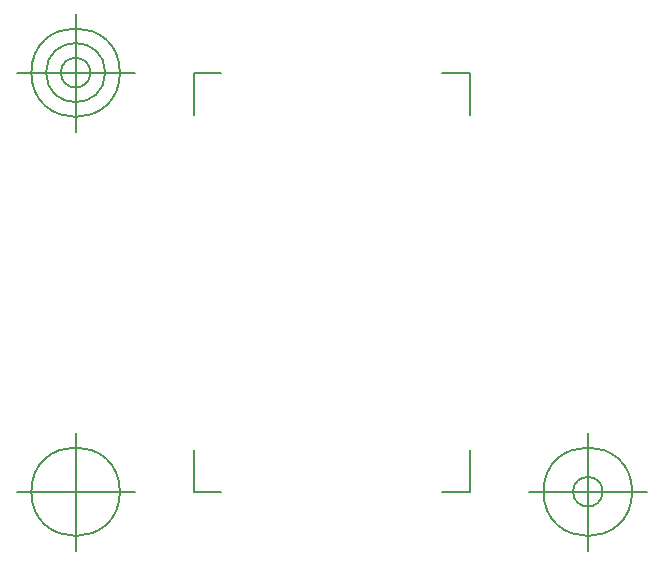
<source format=gbr>
G04 Generated by Ultiboard 14.2 *
%FSLAX34Y34*%
%MOMM*%

%ADD10C,0.0001*%
%ADD11C,0.1270*%


G04 ColorRGB FF14FF for the following layer *
%LNSilkscreen Bottom*%
%LPD*%
G54D10*
G54D11*
X-2540Y647700D02*
X-2540Y683184D01*
X-2540Y647700D02*
X20828Y647700D01*
X231140Y647700D02*
X207772Y647700D01*
X231140Y647700D02*
X231140Y683184D01*
X231140Y1002540D02*
X231140Y967056D01*
X231140Y1002540D02*
X207772Y1002540D01*
X-2540Y1002540D02*
X20828Y1002540D01*
X-2540Y1002540D02*
X-2540Y967056D01*
X-52540Y647700D02*
X-152540Y647700D01*
X-102540Y597700D02*
X-102540Y697700D01*
X-140040Y647700D02*
G75*
D01*
G02X-140040Y647700I37500J0*
G01*
X281140Y647700D02*
X381140Y647700D01*
X331140Y597700D02*
X331140Y697700D01*
X293640Y647700D02*
G75*
D01*
G02X293640Y647700I37500J0*
G01*
X318640Y647700D02*
G75*
D01*
G02X318640Y647700I12500J0*
G01*
X-52540Y1002540D02*
X-152540Y1002540D01*
X-102540Y952540D02*
X-102540Y1052540D01*
X-140040Y1002540D02*
G75*
D01*
G02X-140040Y1002540I37500J0*
G01*
X-127540Y1002540D02*
G75*
D01*
G02X-127540Y1002540I25000J0*
G01*
X-115040Y1002540D02*
G75*
D01*
G02X-115040Y1002540I12500J0*
G01*

M02*

</source>
